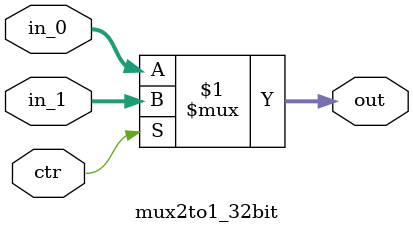
<source format=v>
module mux2to1_32bit(in_0,in_1,ctr,out);
	input wire [31:0]in_0;
	input wire [31:0]in_1;
	input wire ctr;
	output wire [31:0]out;
	assign out=ctr? in_1:in_0;
endmodule

</source>
